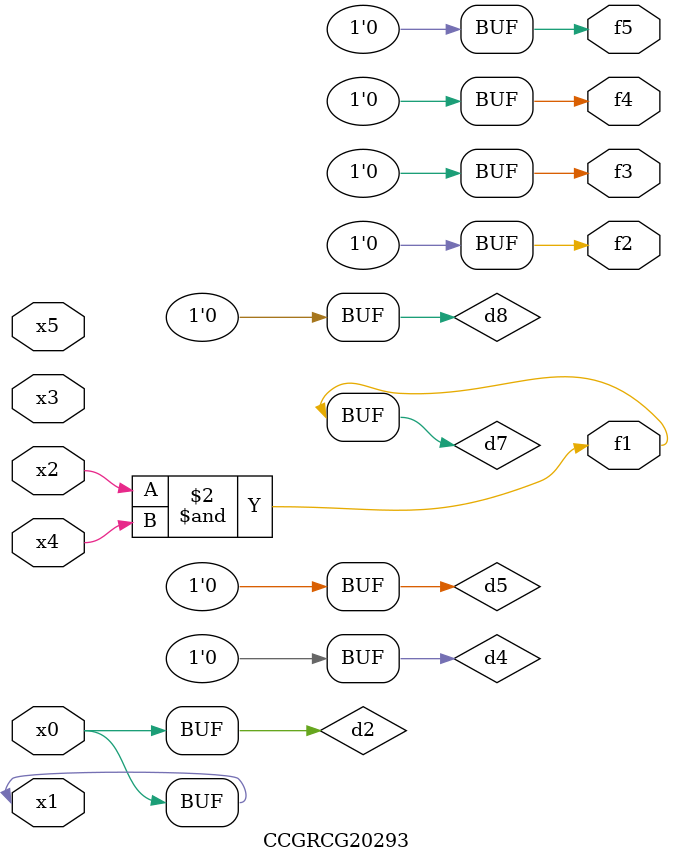
<source format=v>
module CCGRCG20293(
	input x0, x1, x2, x3, x4, x5,
	output f1, f2, f3, f4, f5
);

	wire d1, d2, d3, d4, d5, d6, d7, d8, d9;

	nand (d1, x1);
	buf (d2, x0, x1);
	nand (d3, x2, x4);
	and (d4, d1, d2);
	and (d5, d1, d2);
	nand (d6, d1, d3);
	not (d7, d3);
	xor (d8, d5);
	nor (d9, d5, d6);
	assign f1 = d7;
	assign f2 = d8;
	assign f3 = d8;
	assign f4 = d8;
	assign f5 = d8;
endmodule

</source>
